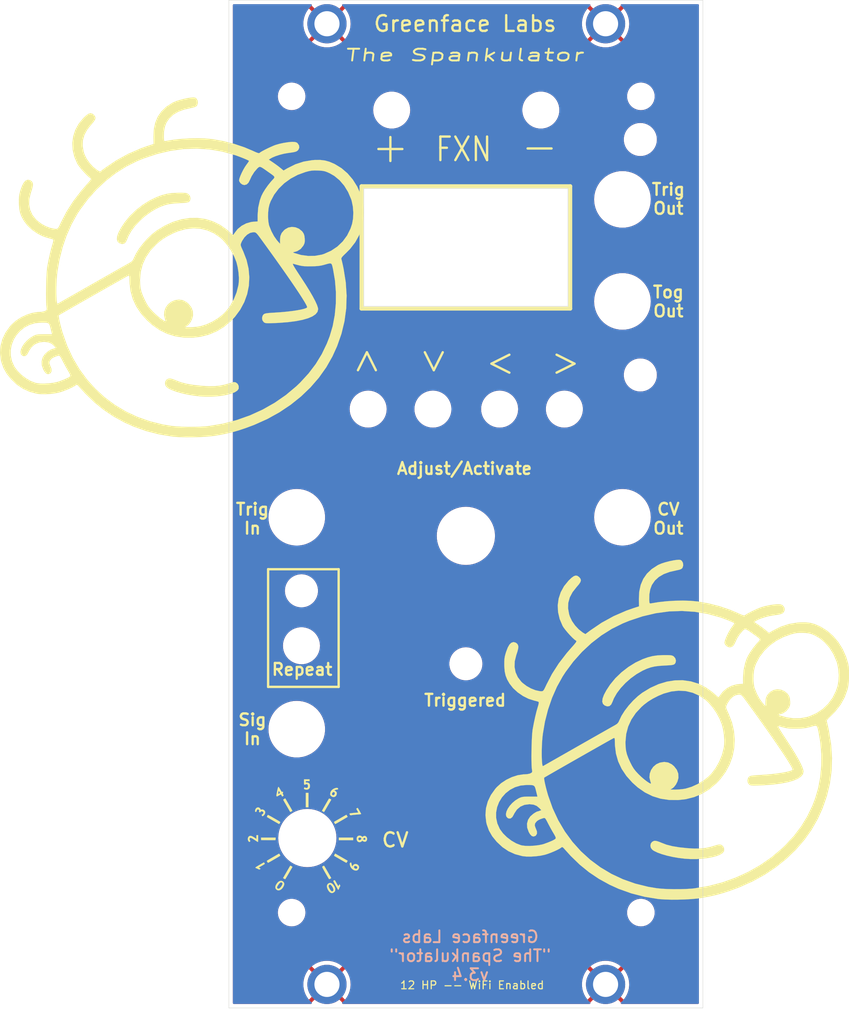
<source format=kicad_pcb>
(kicad_pcb (version 20211014) (generator pcbnew)
  (layers (0 "F.Cu" signal) (31 "B.Cu" signal) (34 "B.Paste" user) (35 "F.Paste" user) (36 "B.SilkS" user "B.Silkscreen") (37 "F.SilkS" user "F.Silkscreen") (38 "B.Mask" user) (39 "F.Mask" user) (44 "Edge.Cuts" user))
  (net 0 "")
  (net 1 "GND")
  (footprint "panel:MountingHole_3.2mm_M3_SmPad" (layer "F.Cu") (at 67.5 43)
    (fp_text reference "H1" (at -0.2 -0.2) (layer "F.SilkS"))
    (fp_text value "MountingHole_Pad")
    (pad "1" thru_hole circle locked (at 0 0) (size 5 5) (drill 3.2) (layers *.Cu *.Mask) (net 1 "GND"))
  )
  (footprint "panel:MountingHole_3.2mm_M3_SmPad" (layer "F.Cu") (at 103 43)
    (fp_text reference "H2" (at 0.1 0.2) (layer "F.SilkS"))
    (fp_text value "MountingHole_Pad")
    (pad "1" thru_hole circle locked (at 0 0) (size 5 5) (drill 3.2) (layers *.Cu *.Mask) (net 1 "GND"))
  )
  (footprint "panel:MountingHole_3.2mm_M3_SmPad" (layer "F.Cu") (at 103 165.4)
    (fp_text reference "H3" (at 0 0.2) (layer "F.SilkS"))
    (fp_text value "MountingHole_Pad")
    (pad "1" thru_hole circle locked (at 0 0) (size 5 5) (drill 3.2) (layers *.Cu *.Mask) (net 1 "GND"))
  )
  (footprint "panel:MountingHole_3.2mm_M3_SmPad" (layer "F.Cu") (at 67.5 165.4)
    (fp_text reference "H4" (at 0.1 -0.1) (layer "F.SilkS"))
    (fp_text value "MountingHole_Pad")
    (pad "1" thru_hole circle locked (at 0 0) (size 5 5) (drill 3.2) (layers *.Cu *.Mask) (net 1 "GND"))
  )
  (footprint "MountingHole:MountingHole_6.4mm_M6_DIN965" (layer "F.Cu") (at 85.2 108.25)
    (fp_text reference "H5" (at -0.2 0.15) (layer "F.SilkS"))
    (fp_text value "MountingHole")
    (pad "" np_thru_hole circle locked (at 0 0) (size 6.4 6.4) (drill 6.4) (layers *.Cu *.Mask))
  )
  (footprint "MountingHole:MountingHole_6.4mm_M6_DIN965" (layer "F.Cu") (at 68.6 146.75)
    (fp_text reference "H7" (at -3.6 0.25) (layer "F.SilkS"))
    (fp_text value "MountingHole")
    (pad "" np_thru_hole circle locked (at -3.6 0) (size 6.4 6.4) (drill 6.4) (layers *.Cu *.Mask))
  )
  (footprint "MountingHole:MountingHole_3.2mm_M3_DIN965" (layer "F.Cu") (at 64.25 115.25)
    (fp_text reference "H14" (at -0.05 0.05) (layer "F.SilkS"))
    (fp_text value "MountingHole")
    (pad "" np_thru_hole circle locked (at 0 0) (size 3.2 3.2) (drill 3.2) (layers *.Cu *.Mask))
  )
  (footprint "MountingHole:MountingHole_3.2mm_M3_DIN965" (layer "F.Cu") (at 107.43 87.75)
    (fp_text reference "H15" (at 0.1 0.05) (layer "F.SilkS"))
    (fp_text value "MountingHole")
    (pad "" np_thru_hole circle locked (at 0 0) (size 3.2 3.2) (drill 3.2) (layers *.Cu *.Mask))
  )
  (footprint "MountingHole:MountingHole_3.2mm_M3_DIN965" (layer "F.Cu") (at 107.43 57.75)
    (fp_text reference "H16" (at 0.1 -0.1) (layer "F.SilkS"))
    (fp_text value "MountingHole")
    (pad "" np_thru_hole circle locked (at 0 0) (size 3.2 3.2) (drill 3.2) (layers *.Cu *.Mask))
  )
  (footprint "MountingHole:MountingHole_2.5mm" (layer "F.Cu") (at 63 52.25)
    (fp_text reference "H17" hide)
    (fp_text value "MountingHole")
    (pad "" np_thru_hole circle locked (at 0 0) (size 2.5 2.5) (drill 2.5) (layers *.Cu *.Mask))
  )
  (footprint "MountingHole:MountingHole_2.5mm" (layer "F.Cu") (at 107.5 52.25)
    (fp_text reference "H18" hide)
    (fp_text value "MountingHole")
    (pad "" np_thru_hole circle locked (at 0 0) (size 2.5 2.5) (drill 2.5) (layers *.Cu *.Mask))
  )
  (footprint "MountingHole:MountingHole_2.5mm" (layer "F.Cu") (at 107.5 156.25)
    (fp_text reference "H19" hide)
    (fp_text value "MountingHole")
    (pad "" np_thru_hole circle locked (at 0 0) (size 2.5 2.5) (drill 2.5) (layers *.Cu *.Mask))
  )
  (footprint "MountingHole:MountingHole_2.5mm" (layer "F.Cu") (at 63 156.25)
    (fp_text reference "H20" hide)
    (fp_text value "MountingHole")
    (pad "" np_thru_hole circle locked (at 0 0) (size 2.5 2.5) (drill 2.5) (layers *.Cu *.Mask))
  )
  (footprint "MountingHole:MountingHole_3.7mm" (layer "F.Cu") (at 75.75 54)
    (fp_text reference "H26" hide)
    (fp_text value "MountingHole")
    (pad "" np_thru_hole circle locked (at 0 0) (size 3.7 3.7) (drill 3.7) (layers *.Cu *.Mask))
  )
  (footprint "MountingHole:MountingHole_3.7mm" (layer "F.Cu") (at 94.75 54)
    (fp_text reference "H27" hide)
    (fp_text value "MountingHole")
    (pad "" np_thru_hole circle locked (at 0 0) (size 3.7 3.7) (drill 3.7) (layers *.Cu *.Mask))
  )
  (footprint "MountingHole:MountingHole_3.7mm" (layer "F.Cu") (at 64.25 122.25)
    (fp_text reference "H28" (at 0.05 -0.05) (layer "F.SilkS"))
    (fp_text value "MountingHole")
    (pad "" np_thru_hole circle locked (at 0 0) (size 3.7 3.7) (drill 3.7) (layers *.Cu *.Mask))
  )
  (footprint "MountingHole:MountingHole_3.7mm" (layer "F.Cu") (at 72.75 92.1)
    (fp_text reference "H29" (at -0.05 -0.2) (layer "F.SilkS"))
    (fp_text value "MountingHole")
    (pad "" np_thru_hole circle locked (at 0 0) (size 3.7 3.7) (drill 3.7) (layers *.Cu *.Mask))
  )
  (footprint "MountingHole:MountingHole_3.7mm" (layer "F.Cu") (at 81 92.1)
    (fp_text reference "H30" (at -0.1 0.2) (layer "F.SilkS"))
    (fp_text value "MountingHole")
    (pad "" np_thru_hole circle locked (at 0 0) (size 3.7 3.7) (drill 3.7) (layers *.Cu *.Mask))
  )
  (footprint "MountingHole:MountingHole_3.7mm" (layer "F.Cu") (at 89.5 92.1)
    (fp_text reference "H31" (at -0.1 0) (layer "F.SilkS"))
    (fp_text value "MountingHole")
    (pad "" np_thru_hole circle locked (at 0 0) (size 3.7 3.7) (drill 3.7) (layers *.Cu *.Mask))
  )
  (footprint "MountingHole:MountingHole_3.7mm" (layer "F.Cu") (at 97.75 92.1)
    (fp_text reference "H32" (at 0 0) (layer "F.SilkS"))
    (fp_text value "MountingHole")
    (pad "" np_thru_hole circle locked (at 0 0) (size 3.7 3.7) (drill 3.7) (layers *.Cu *.Mask))
  )
  (footprint "panel:MountingHole_MolexJack" (layer "F.Cu") (at 63.65 105.88)
    (fp_text reference "H8" (at 0.1 -0.05) (layer "F.SilkS"))
    (fp_text value "MountingHole")
    (pad "" np_thru_hole circle locked (at 0 0) (size 6.2 6.2) (drill 6.2) (layers *.Cu *.Mask))
  )
  (footprint "panel:MountingHole_MolexJack" (layer "F.Cu") (at 105.15 65.38)
    (fp_text reference "H9" hide)
    (fp_text value "MountingHole")
    (pad "" np_thru_hole circle locked (at 0 0) (size 6.2 6.2) (drill 6.2) (layers *.Cu *.Mask))
  )
  (footprint "panel:MountingHole_MolexJack" (layer "F.Cu") (at 105.15 78.38)
    (fp_text reference "H10" (at 0.1 0.05) (layer "F.SilkS"))
    (fp_text value "MountingHole")
    (pad "" np_thru_hole circle locked (at 0 0) (size 6.2 6.2) (drill 6.2) (layers *.Cu *.Mask))
  )
  (footprint "panel:MountingHole_MolexJack" (layer "F.Cu") (at 105.15 105.88)
    (fp_text reference "H11" hide)
    (fp_text value "MountingHole")
    (pad "" np_thru_hole circle locked (at 0 0) (size 6.2 6.2) (drill 6.2) (layers *.Cu *.Mask))
  )
  (footprint "panel:MountingHole_MolexJack" (layer "F.Cu") (at 63.65 132.88)
    (fp_text reference "H12" (at 0 0.25) (layer "F.SilkS"))
    (fp_text value "MountingHole")
    (pad "" np_thru_hole circle locked (at 0 0) (size 6.2 6.2) (drill 6.2) (layers *.Cu *.Mask))
  )
  (footprint "MountingHole:MountingHole_3.2mm_M3_DIN965" (layer "F.Cu") (at 85.2 124.55)
    (fp_text reference "H6" (at 0 -0.05) (layer "F.SilkS"))
    (fp_text value "MountingHole")
    (pad "" np_thru_hole circle locked (at 0 0) (size 3.2 3.2) (drill 3.2) (layers *.Cu *.Mask))
  )
  (footprint "panel:face_logo" (layer "F.Cu") (at 48.85 75.49)
    (fp_text reference "G***" hide)
    (fp_text value "LOGO" hide)
  )
  (footprint "panel:face_logo" (layer "F.Cu") (at 110.7 134.4)
    (fp_text reference "G***" hide)
    (fp_text value "LOGO" hide)
  )
  (footprint "panel:dial2" (layer "F.Cu") (at 65 146.55 90)
    (fp_text reference "G***" hide)
    (fp_text value "LOGO" hide)
  )
  (gr_line (start 71.9 79.3) (end 71.9 63.7) (layer "F.SilkS") (width 0.5))
  (gr_line (start 71.9 63.7) (end 98.5 63.7) (layer "F.SilkS") (width 0.5))
  (gr_line (start 60 112.5) (end 68.99 112.5) (layer "F.SilkS") (width 0.3))
  (gr_line (start 98.5 63.7) (end 98.5 79.3) (layer "F.SilkS") (width 0.5))
  (gr_line (start 98.5 79.3) (end 71.9 79.3) (layer "F.SilkS") (width 0.5))
  (gr_line (start 68.99 112.5) (end 68.99 127.49) (layer "F.SilkS") (width 0.3))
  (gr_line (start 68.99 127.49) (end 60 127.49) (layer "F.SilkS") (width 0.3))
  (gr_line (start 60 127.49) (end 60 112.5) (layer "F.SilkS") (width 0.3))
  (gr_line (start 115.4 40) (end 55 40) (layer "Edge.Cuts") (width 0.05))
  (gr_line (start 98.2 64) (end 72.2 64) (layer "Edge.Cuts") (width 0.05))
  (gr_line (start 115.4 168.4) (end 115.4 40) (layer "Edge.Cuts") (width 0.05))
  (gr_line (start 72.2 64) (end 72.2 79) (layer "Edge.Cuts") (width 0.05))
  (gr_line (start 72.2 79) (end 98.2 79) (layer "Edge.Cuts") (width 0.05))
  (gr_line (start 55 40) (end 55 168.4) (layer "Edge.Cuts") (width 0.05))
  (gr_line (start 98.2 79) (end 98.2 64) (layer "Edge.Cuts") (width 0.05))
  (gr_line (start 55 168.4) (end 115.4 168.4) (layer "Edge.Cuts") (width 0.05))
  (gr_text "Greenface Labs\n{dblquote}The Spankulator{dblquote}\nv3.4" (at 85.75 161.75) (layer "B.SilkS") (effects (font (size 1.5 1.5) (thickness 0.25)) (justify mirror)))
  (gr_text "-" (at 94.59 58.58) (layer "F.SilkS") (effects (font (size 4 4) (thickness 0.3))))
  (gr_text "Trig\nIn" (at 58 106.075) (layer "F.SilkS") (effects (font (size 1.5 1.5) (thickness 0.3))))
  (gr_text "Repeat" (at 64.33 125.27) (layer "F.SilkS") (effects (font (size 1.5 1.5) (thickness 0.3))))
  (gr_text "Sig\nIn" (at 58 132.9) (layer "F.SilkS") (effects (font (size 1.5 1.5) (thickness 0.3))))
  (gr_text "CV" (at 76.2 147) (layer "F.SilkS") (effects (font (size 1.8 1.8) (thickness 0.3))))
  (gr_text "CV\nOut" (at 111 106.075) (layer "F.SilkS") (effects (font (size 1.5 1.5) (thickness 0.3))))
  (gr_text "Triggered" (at 85.1 129.2) (layer "F.SilkS") (effects (font (size 1.5 1.5) (thickness 0.3))))
  (gr_text "12 HP -- WiFi Enabled" (at 86 165.5) (layer "F.SilkS") (effects (font (size 1 1))))
  (gr_text "Adjust/Activate" (at 85.025 99.675) (layer "F.SilkS") (effects (font (size 1.5 1.5) (thickness 0.3))))
  (gr_text "FXN" (at 84.925 59) (layer "F.SilkS") (effects (font (size 3 2.5) (thickness 0.3))))
  (gr_text "+" (at 75.58 58.65) (layer "F.SilkS") (effects (font (size 4 4) (thickness 0.3))))
  (gr_text "Greenface Labs" (at 85.1 43) (layer "F.SilkS") (effects (font (size 2 2) (thickness 0.3))))
  (gr_text "The Spankulator" (at 85 47) (layer "F.SilkS") (effects (font (size 1.5 2.5) (thickness 0.25) italic)))
  (gr_text "<" (at 89.6 86) (layer "F.SilkS") (effects (font (size 4 3) (thickness 0.3))))
  (gr_text ">" (at 97.9 86) (layer "F.SilkS") (effects (font (size 4 3) (thickness 0.3))))
  (gr_text "Trig\nOut" (at 111 65.325) (layer "F.SilkS") (effects (font (size 1.5 1.5) (thickness 0.3))))
  (gr_text "Tog\nOut" (at 111 78.4) (layer "F.SilkS") (effects (font (size 1.5 1.5) (thickness 0.3))))
  (gr_text "<" (at 80.8 86 90) (layer "F.SilkS") (effects (font (size 4 3) (thickness 0.3))))
  (gr_text "<" (at 72.9 86 -90) (layer "F.SilkS") (effects (font (size 4 3) (thickness 0.3))))
  (zone (net 1) (net_name "GND") (layer "F.Cu") (connect_pads (clearance 0.508)) (min_thickness 0.254) (fill yes (thermal_gap 0.508) (thermal_bridge_width 0.508))
    (polygon (pts (xy 55 40) (xy 115.4 40) (xy 115.4 168.4) (xy 55 168.4)))
  )
  (zone (net 0) (net_name "") (layer "B.Cu") (connect_pads (clearance 0.508)) (min_thickness 0.254) (fill yes (thermal_gap 0.508) (thermal_bridge_width 0.508))
    (polygon (pts (xy 55 40) (xy 115.4 40) (xy 115.4 168.4) (xy 55 168.4)))
  )
)
</source>
